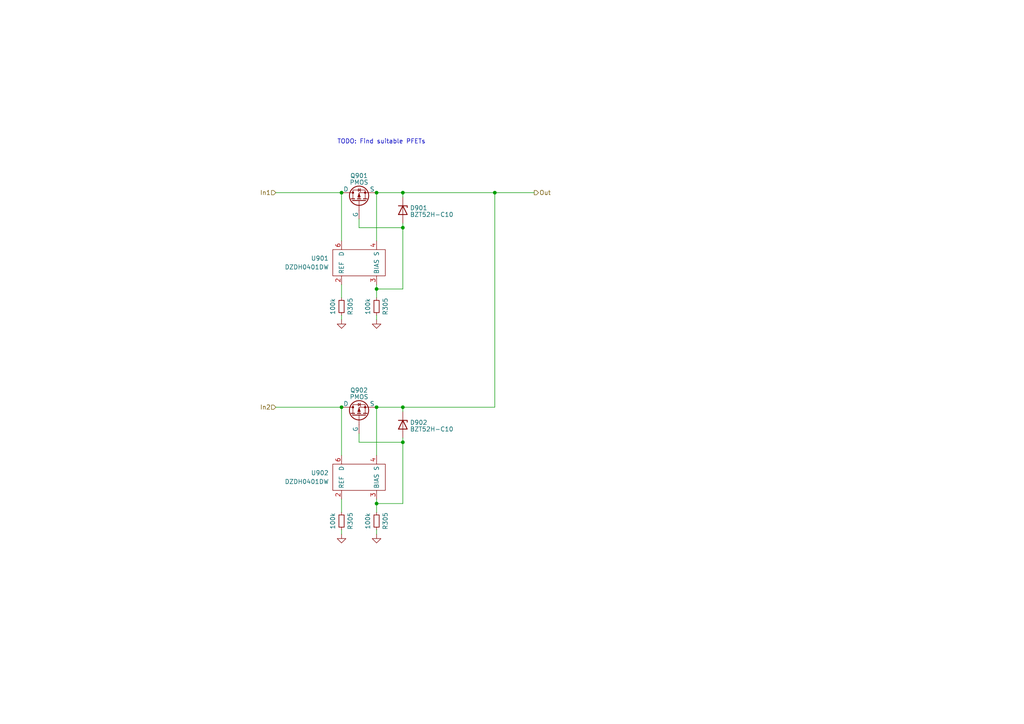
<source format=kicad_sch>
(kicad_sch (version 20230121) (generator eeschema)
  (paper "A4")
  (lib_symbols
    (symbol "Device:R_Small" (pin_numbers hide) (pin_names (offset 0.254) hide)
      (property "Reference" "R" (at 0.762 0.508 0))
      (property "Value" "R_Small" (at 0.762 -1.016 0))
      (symbol "R_Small_0_1"
        (rectangle (start -0.762 1.778) (end 0.762 -1.778) (stroke (width 0.2032)))
      )
      (symbol "R_Small_1_1"
        (pin passive line (at 0 2.54 270) (length 0.762) (name "~") (number "1"))
        (pin passive line (at 0 -2.54 90) (length 0.762) (name "~") (number "2"))
      )
    )
    (symbol "Diode:BZT52Bxx" (pin_numbers hide) (pin_names hide)
      (property "Reference" "D" (at 0 2.54 0))
      (property "Value" "BZT52Bxx" (at 0 -2.54 0))
      (symbol "BZT52Bxx_0_1"
        (polyline (pts (xy 1.27 0) (xy -1.27 0)))
        (polyline (pts (xy -1.27 -1.27) (xy -1.27 1.27) (xy -0.762 1.27)) (stroke (width 0.254)))
        (polyline (pts (xy 1.27 -1.27) (xy 1.27 1.27) (xy -1.27 0) (xy 1.27 -1.27)) (stroke (width 0.254)))
      )
      (symbol "BZT52Bxx_1_1"
        (pin passive line (at -3.81 0 0) (length 2.54) (name "K") (number "1"))
        (pin passive line (at 3.81 0 180) (length 2.54) (name "A") (number "2"))
      )
    )
    (symbol "OpenUPS_ups:DZDH0401DW"
      (property "Reference" "U" (at 8.89 -2.54 0))
      (property "Value" "DZDH0401DW" (at 15.24 -5.08 0))
      (symbol "DZDH0401DW_0_1"
        (rectangle (start -7.62 0) (end 7.62 -7.62))
      )
      (symbol "DZDH0401DW_1_1"
        (pin input line (at -5.08 -10.16 90) (length 2.54) (name "REF") (number "2"))
        (pin input line (at 5.08 -10.16 90) (length 2.54) (name "BIAS") (number "3"))
        (pin input line (at 5.08 2.54 270) (length 2.54) (name "S") (number "4"))
        (pin input line (at -5.08 2.54 270) (length 2.54) (name "D") (number "6"))
      )
    )
    (symbol "Simulation_SPICE:PMOS" (pin_numbers hide) (pin_names (offset 0))
      (property "Reference" "Q" (at 5.08 1.27 0))
      (property "Value" "PMOS" (at 5.08 -1.27 0))
      (symbol "PMOS_0_1"
        (polyline (pts (xy 0.254 0) (xy -2.54 0)))
        (polyline (pts (xy 0.254 1.905) (xy 0.254 -1.905)) (stroke (width 0.254)))
        (polyline (pts (xy 0.762 -1.27) (xy 0.762 -2.286)) (stroke (width 0.254)))
        (polyline (pts (xy 0.762 0.508) (xy 0.762 -0.508)) (stroke (width 0.254)))
        (polyline (pts (xy 0.762 2.286) (xy 0.762 1.27)) (stroke (width 0.254)))
        (polyline (pts (xy 2.54 2.54) (xy 2.54 1.778)))
        (polyline (pts (xy 2.54 -2.54) (xy 2.54 0) (xy 0.762 0)))
        (polyline (pts (xy 0.762 1.778) (xy 3.302 1.778) (xy 3.302 -1.778) (xy 0.762 -1.778)))
        (polyline (pts (xy 2.286 0) (xy 1.27 0.381) (xy 1.27 -0.381) (xy 2.286 0)) (fill (type outline)))
        (polyline (pts (xy 2.794 -0.508) (xy 2.921 -0.381) (xy 3.683 -0.381) (xy 3.81 -0.254)))
        (polyline (pts (xy 3.302 -0.381) (xy 2.921 0.254) (xy 3.683 0.254) (xy 3.302 -0.381)))
        (circle (center 1.651 0) (radius 2.794) (stroke (width 0.254)))
        (circle (center 2.54 -1.778) (radius 0.254) (fill (type outline)))
        (circle (center 2.54 1.778) (radius 0.254) (fill (type outline)))
      )
      (symbol "PMOS_1_1"
        (pin passive line (at 2.54 5.08 270) (length 2.54) (name "D") (number "1"))
        (pin input line (at -5.08 0 0) (length 2.54) (name "G") (number "2"))
        (pin passive line (at 2.54 -5.08 90) (length 2.54) (name "S") (number "3"))
      )
    )
    (symbol "power:GND" (power) (pin_names (offset 0))
      (property "Value" "GND" (at 0 -3.81 0))
      (symbol "GND_0_1"
        (polyline (pts (xy 0 0) (xy 0 -1.27) (xy 1.27 -1.27) (xy 0 -2.54) (xy -1.27 -1.27) (xy 0 -1.27)))
      )
      (symbol "GND_1_1"
        (pin power_in line (at 0 0 270) (length 0) hide (name "GND") (number "1"))
      )
    )
  )
  (junction (at 116.84 66.04))
  (junction (at 109.22 146.05))
  (junction (at 116.84 118.11))
  (junction (at 109.22 83.82))
  (junction (at 116.84 55.88))
  (junction (at 109.22 55.88))
  (junction (at 99.06 118.11))
  (junction (at 109.22 118.11))
  (junction (at 143.51 55.88))
  (junction (at 99.06 55.88))
  (junction (at 116.84 128.27))
  (wire (pts (xy 116.84 128.27) (xy 116.84 146.05)))
  (wire (pts (xy 109.22 146.05) (xy 109.22 148.59)))
  (wire (pts (xy 116.84 83.82) (xy 109.22 83.82)))
  (wire (pts (xy 104.14 63.5) (xy 104.14 66.04)))
  (wire (pts (xy 109.22 153.67) (xy 109.22 154.94)))
  (wire (pts (xy 109.22 83.82) (xy 109.22 86.36)))
  (wire (pts (xy 116.84 146.05) (xy 109.22 146.05)))
  (wire (pts (xy 116.84 127) (xy 116.84 128.27)))
  (wire (pts (xy 109.22 118.11) (xy 116.84 118.11)))
  (wire (pts (xy 143.51 55.88) (xy 154.94 55.88)))
  (wire (pts (xy 99.06 82.55) (xy 99.06 86.36)))
  (wire (pts (xy 116.84 55.88) (xy 143.51 55.88)))
  (wire (pts (xy 80.01 55.88) (xy 99.06 55.88)))
  (wire (pts (xy 109.22 82.55) (xy 109.22 83.82)))
  (wire (pts (xy 99.06 118.11) (xy 99.06 132.08)))
  (wire (pts (xy 109.22 91.44) (xy 109.22 92.71)))
  (wire (pts (xy 104.14 66.04) (xy 116.84 66.04)))
  (wire (pts (xy 99.06 55.88) (xy 99.06 69.85)))
  (wire (pts (xy 109.22 55.88) (xy 116.84 55.88)))
  (wire (pts (xy 80.01 118.11) (xy 99.06 118.11)))
  (wire (pts (xy 104.14 125.73) (xy 104.14 128.27)))
  (wire (pts (xy 116.84 55.88) (xy 116.84 57.15)))
  (wire (pts (xy 99.06 153.67) (xy 99.06 154.94)))
  (wire (pts (xy 109.22 55.88) (xy 109.22 69.85)))
  (wire (pts (xy 99.06 144.78) (xy 99.06 148.59)))
  (wire (pts (xy 116.84 64.77) (xy 116.84 66.04)))
  (wire (pts (xy 109.22 144.78) (xy 109.22 146.05)))
  (wire (pts (xy 116.84 118.11) (xy 116.84 119.38)))
  (wire (pts (xy 116.84 66.04) (xy 116.84 83.82)))
  (wire (pts (xy 99.06 91.44) (xy 99.06 92.71)))
  (wire (pts (xy 116.84 118.11) (xy 143.51 118.11)))
  (wire (pts (xy 104.14 128.27) (xy 116.84 128.27)))
  (wire (pts (xy 143.51 118.11) (xy 143.51 55.88)))
  (wire (pts (xy 109.22 118.11) (xy 109.22 132.08)))
  (text "TODO: Find suitable PFETs" (at 97.79 41.91 0) (effects (font (size 1.27 1.27)) (justify left bottom)))
  (hierarchical_label "In1" (shape input) (at 80.01 55.88 180))
  (hierarchical_label "In2" (shape input) (at 80.01 118.11 180))
  (hierarchical_label "Out" (shape output) (at 154.94 55.88 0))
  (symbol (lib_id "Simulation_SPICE:PMOS") (at 104.14 58.42 90) (unit 1)
    (property "Reference" "Q901" (at 104.14 50.9651 90))
    (property "Value" "PMOS" (at 104.14 52.8861 90))
    (property "Datasheet" "https://ngspice.sourceforge.io/docs/ngspice-manual.pdf" (effects hide))
    (property "Sim.Device" "PMOS" (effects hide))
    (property "Sim.Type" "VDMOS" (effects hide))
    (property "Sim.Pins" "1=D 2=G 3=S" (effects hide))
  )
  (symbol (lib_id "power:GND") (at 109.22 154.94 0) (unit 1)
    (property "Reference" "#PWR0312" (effects hide))
    (property "Value" "GND" (effects hide))
    (instances (project "OpenUPS_ups" (path "" (reference "#PWR0312") (unit 1)) (path "" (reference "#PWR0904") (unit 1))))
  )
  (symbol (lib_id "power:GND") (at 99.06 92.71 0) (unit 1)
    (property "Reference" "#PWR0312" (effects hide))
    (property "Value" "GND" (effects hide))
    (instances (project "OpenUPS_ups" (path "" (reference "#PWR0312") (unit 1)) (path "" (reference "#PWR0901") (unit 1))))
  )
  (symbol (lib_id "Diode:BZT52Bxx") (at 116.84 60.96 270) (unit 1)
    (property "Reference" "D901" (at 118.872 60.3163 90) (effects (justify left)))
    (property "Value" "BZT52H-C10" (at 118.872 62.2373 90) (effects (justify left)))
    (property "Footprint" "Diode_SMD:D_SOD-123F" (effects hide))
    (property "Datasheet" "https://assets.nexperia.com/documents/data-sheet/BZT52H_SER.pdf" (effects hide))
  )
  (symbol (lib_id "Simulation_SPICE:PMOS") (at 104.14 120.65 90) (unit 1)
    (property "Reference" "Q902" (at 104.14 113.1951 90))
    (property "Value" "PMOS" (at 104.14 115.1161 90))
    (property "Datasheet" "https://ngspice.sourceforge.io/docs/ngspice-manual.pdf" (effects hide))
    (property "Sim.Device" "PMOS" (effects hide))
    (property "Sim.Type" "VDMOS" (effects hide))
    (property "Sim.Pins" "1=D 2=G 3=S" (effects hide))
  )
  (symbol (lib_id "OpenUPS_ups:DZDH0401DW") (at 104.14 72.39 0) (unit 1)
    (property "Reference" "U901" (at 90.17 74.93 0) (effects (justify left)))
    (property "Value" "DZDH0401DW" (at 82.55 77.47 0) (effects (justify left)))
    (property "Footprint" "Package_TO_SOT_SMD:SOT-363_SC-70-6" (effects hide))
    (property "Datasheet" "https://www.mouser.pl/datasheet/2/115/DIOD_S_A0011803041_1-2543705.pdf" (effects hide))
  )
  (symbol (lib_id "Device:R_Small") (at 99.06 151.13 180) (unit 1)
    (property "Reference" "R305" (at 101.6 151.13 90))
    (property "Value" "100k" (at 96.52 151.13 90))
    (property "Footprint" "Resistor_SMD:R_0603_1608Metric" (effects hide))
    (instances (project "OpenUPS_ups" (path "" (reference "R305") (unit 1)) (path "" (reference "R903") (unit 1))))
  )
  (symbol (lib_id "OpenUPS_ups:DZDH0401DW") (at 104.14 134.62 0) (unit 1)
    (property "Reference" "U902" (at 90.17 137.16 0) (effects (justify left)))
    (property "Value" "DZDH0401DW" (at 82.55 139.7 0) (effects (justify left)))
    (property "Footprint" "Package_TO_SOT_SMD:SOT-363_SC-70-6" (effects hide))
    (property "Datasheet" "https://www.mouser.pl/datasheet/2/115/DIOD_S_A0011803041_1-2543705.pdf" (effects hide))
  )
  (symbol (lib_id "power:GND") (at 109.22 92.71 0) (unit 1)
    (property "Reference" "#PWR0312" (effects hide))
    (property "Value" "GND" (effects hide))
    (instances (project "OpenUPS_ups" (path "" (reference "#PWR0312") (unit 1)) (path "" (reference "#PWR0902") (unit 1))))
  )
  (symbol (lib_id "power:GND") (at 99.06 154.94 0) (unit 1)
    (property "Reference" "#PWR0312" (effects hide))
    (property "Value" "GND" (effects hide))
    (instances (project "OpenUPS_ups" (path "" (reference "#PWR0312") (unit 1)) (path "" (reference "#PWR0903") (unit 1))))
  )
  (symbol (lib_id "Diode:BZT52Bxx") (at 116.84 123.19 270) (unit 1)
    (property "Reference" "D902" (at 118.872 122.5463 90) (effects (justify left)))
    (property "Value" "BZT52H-C10" (at 118.872 124.4673 90) (effects (justify left)))
    (property "Footprint" "Diode_SMD:D_SOD-123F" (effects hide))
    (property "Datasheet" "https://assets.nexperia.com/documents/data-sheet/BZT52H_SER.pdf" (effects hide))
  )
  (symbol (lib_id "Device:R_Small") (at 109.22 88.9 180) (unit 1)
    (property "Reference" "R305" (at 111.76 88.9 90))
    (property "Value" "100k" (at 106.68 88.9 90))
    (property "Footprint" "Resistor_SMD:R_0603_1608Metric" (effects hide))
    (instances (project "OpenUPS_ups" (path "" (reference "R305") (unit 1)) (path "" (reference "R902") (unit 1))))
  )
  (symbol (lib_id "Device:R_Small") (at 109.22 151.13 180) (unit 1)
    (property "Reference" "R305" (at 111.76 151.13 90))
    (property "Value" "100k" (at 106.68 151.13 90))
    (property "Footprint" "Resistor_SMD:R_0603_1608Metric" (effects hide))
    (instances (project "OpenUPS_ups" (path "" (reference "R305") (unit 1)) (path "" (reference "R904") (unit 1))))
  )
  (symbol (lib_id "Device:R_Small") (at 99.06 88.9 180) (unit 1)
    (property "Reference" "R305" (at 101.6 88.9 90))
    (property "Value" "100k" (at 96.52 88.9 90))
    (property "Footprint" "Resistor_SMD:R_0603_1608Metric" (effects hide))
    (instances (project "OpenUPS_ups" (path "" (reference "R305") (unit 1)) (path "" (reference "R901") (unit 1))))
  )
)
</source>
